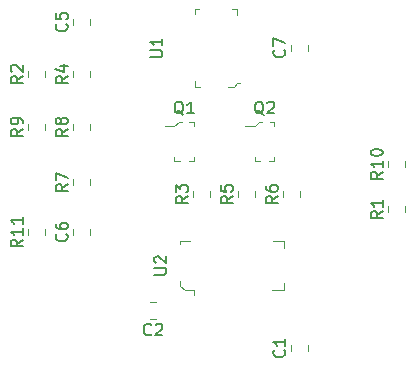
<source format=gbr>
G04 #@! TF.GenerationSoftware,KiCad,Pcbnew,(5.1.4)-1*
G04 #@! TF.CreationDate,2019-09-29T16:50:29-04:00*
G04 #@! TF.ProjectId,espDisp,65737044-6973-4702-9e6b-696361645f70,rev?*
G04 #@! TF.SameCoordinates,Original*
G04 #@! TF.FileFunction,Legend,Top*
G04 #@! TF.FilePolarity,Positive*
%FSLAX46Y46*%
G04 Gerber Fmt 4.6, Leading zero omitted, Abs format (unit mm)*
G04 Created by KiCad (PCBNEW (5.1.4)-1) date 2019-09-29 16:50:29*
%MOMM*%
%LPD*%
G04 APERTURE LIST*
%ADD10C,0.100000*%
%ADD11C,0.120000*%
%ADD12C,0.150000*%
G04 APERTURE END LIST*
D10*
X76425000Y-57980000D02*
X77425000Y-57980000D01*
X77425000Y-57980000D02*
X77425000Y-57380000D01*
X77425000Y-54380000D02*
X77425000Y-53780000D01*
X77425000Y-53780000D02*
X76525000Y-53780000D01*
X68625000Y-54080000D02*
X68625000Y-53780000D01*
X68625000Y-53780000D02*
X69525000Y-53780000D01*
X68625000Y-57180000D02*
X68625000Y-57580000D01*
X68625000Y-57580000D02*
X69025000Y-57980000D01*
X69025000Y-57980000D02*
X69825000Y-57980000D01*
X69825000Y-57980000D02*
X69825000Y-58380000D01*
X69820000Y-43755000D02*
X69820000Y-44055000D01*
X69445000Y-43755000D02*
X69820000Y-43755000D01*
X69820000Y-47055000D02*
X69370000Y-47055000D01*
X69820000Y-46755000D02*
X69820000Y-47055000D01*
X69820000Y-46830000D02*
X69820000Y-46705000D01*
X68170000Y-47055000D02*
X68170000Y-46705000D01*
X68645000Y-47055000D02*
X68170000Y-47055000D01*
X68170000Y-44080000D02*
X67395000Y-44080000D01*
X68170000Y-44030000D02*
X68170000Y-44080000D01*
X68545000Y-43755000D02*
X68170000Y-44030000D01*
X68820000Y-43755000D02*
X68545000Y-43755000D01*
X75610000Y-43755000D02*
X75335000Y-43755000D01*
X75335000Y-43755000D02*
X74960000Y-44030000D01*
X74960000Y-44030000D02*
X74960000Y-44080000D01*
X74960000Y-44080000D02*
X74185000Y-44080000D01*
X75435000Y-47055000D02*
X74960000Y-47055000D01*
X74960000Y-47055000D02*
X74960000Y-46705000D01*
X76610000Y-46830000D02*
X76610000Y-46705000D01*
X76610000Y-46755000D02*
X76610000Y-47055000D01*
X76610000Y-47055000D02*
X76160000Y-47055000D01*
X76235000Y-43755000D02*
X76610000Y-43755000D01*
X76610000Y-43755000D02*
X76610000Y-44055000D01*
X72705000Y-40740000D02*
X73180000Y-40740000D01*
X73180000Y-40740000D02*
X73505000Y-40440000D01*
X73505000Y-40440000D02*
X73700000Y-40440000D01*
X73030000Y-34190000D02*
X73505000Y-34190000D01*
X73505000Y-34190000D02*
X73505000Y-34640000D01*
X69955000Y-40240000D02*
X69955000Y-40740000D01*
X69955000Y-40740000D02*
X70355000Y-40740000D01*
X69955000Y-34565000D02*
X69955000Y-34190000D01*
X69955000Y-34190000D02*
X70255000Y-34190000D01*
D11*
X78030000Y-63123578D02*
X78030000Y-62606422D01*
X79450000Y-63123578D02*
X79450000Y-62606422D01*
X66631078Y-58980000D02*
X66113922Y-58980000D01*
X66631078Y-60400000D02*
X66113922Y-60400000D01*
X59615000Y-35516078D02*
X59615000Y-34998922D01*
X61035000Y-35516078D02*
X61035000Y-34998922D01*
X59615000Y-53296078D02*
X59615000Y-52778922D01*
X61035000Y-53296078D02*
X61035000Y-52778922D01*
X79450000Y-37723578D02*
X79450000Y-37206422D01*
X78030000Y-37723578D02*
X78030000Y-37206422D01*
X87705000Y-51361078D02*
X87705000Y-50843922D01*
X86285000Y-51361078D02*
X86285000Y-50843922D01*
X55805000Y-39931078D02*
X55805000Y-39413922D01*
X57225000Y-39931078D02*
X57225000Y-39413922D01*
X69775000Y-50091078D02*
X69775000Y-49573922D01*
X71195000Y-50091078D02*
X71195000Y-49573922D01*
X61035000Y-39931078D02*
X61035000Y-39413922D01*
X59615000Y-39931078D02*
X59615000Y-39413922D01*
X75005000Y-50091078D02*
X75005000Y-49573922D01*
X73585000Y-50091078D02*
X73585000Y-49573922D01*
X77395000Y-50091078D02*
X77395000Y-49573922D01*
X78815000Y-50091078D02*
X78815000Y-49573922D01*
X59615000Y-49091078D02*
X59615000Y-48573922D01*
X61035000Y-49091078D02*
X61035000Y-48573922D01*
X59615000Y-44406078D02*
X59615000Y-43888922D01*
X61035000Y-44406078D02*
X61035000Y-43888922D01*
X57225000Y-44406078D02*
X57225000Y-43888922D01*
X55805000Y-44406078D02*
X55805000Y-43888922D01*
X86285000Y-47551078D02*
X86285000Y-47033922D01*
X87705000Y-47551078D02*
X87705000Y-47033922D01*
X57225000Y-53296078D02*
X57225000Y-52778922D01*
X55805000Y-53296078D02*
X55805000Y-52778922D01*
D12*
X66477380Y-56641904D02*
X67286904Y-56641904D01*
X67382142Y-56594285D01*
X67429761Y-56546666D01*
X67477380Y-56451428D01*
X67477380Y-56260952D01*
X67429761Y-56165714D01*
X67382142Y-56118095D01*
X67286904Y-56070476D01*
X66477380Y-56070476D01*
X66572619Y-55641904D02*
X66525000Y-55594285D01*
X66477380Y-55499047D01*
X66477380Y-55260952D01*
X66525000Y-55165714D01*
X66572619Y-55118095D01*
X66667857Y-55070476D01*
X66763095Y-55070476D01*
X66905952Y-55118095D01*
X67477380Y-55689523D01*
X67477380Y-55070476D01*
X68924761Y-43092619D02*
X68829523Y-43045000D01*
X68734285Y-42949761D01*
X68591428Y-42806904D01*
X68496190Y-42759285D01*
X68400952Y-42759285D01*
X68448571Y-42997380D02*
X68353333Y-42949761D01*
X68258095Y-42854523D01*
X68210476Y-42664047D01*
X68210476Y-42330714D01*
X68258095Y-42140238D01*
X68353333Y-42045000D01*
X68448571Y-41997380D01*
X68639047Y-41997380D01*
X68734285Y-42045000D01*
X68829523Y-42140238D01*
X68877142Y-42330714D01*
X68877142Y-42664047D01*
X68829523Y-42854523D01*
X68734285Y-42949761D01*
X68639047Y-42997380D01*
X68448571Y-42997380D01*
X69829523Y-42997380D02*
X69258095Y-42997380D01*
X69543809Y-42997380D02*
X69543809Y-41997380D01*
X69448571Y-42140238D01*
X69353333Y-42235476D01*
X69258095Y-42283095D01*
X75714761Y-43092619D02*
X75619523Y-43045000D01*
X75524285Y-42949761D01*
X75381428Y-42806904D01*
X75286190Y-42759285D01*
X75190952Y-42759285D01*
X75238571Y-42997380D02*
X75143333Y-42949761D01*
X75048095Y-42854523D01*
X75000476Y-42664047D01*
X75000476Y-42330714D01*
X75048095Y-42140238D01*
X75143333Y-42045000D01*
X75238571Y-41997380D01*
X75429047Y-41997380D01*
X75524285Y-42045000D01*
X75619523Y-42140238D01*
X75667142Y-42330714D01*
X75667142Y-42664047D01*
X75619523Y-42854523D01*
X75524285Y-42949761D01*
X75429047Y-42997380D01*
X75238571Y-42997380D01*
X76048095Y-42092619D02*
X76095714Y-42045000D01*
X76190952Y-41997380D01*
X76429047Y-41997380D01*
X76524285Y-42045000D01*
X76571904Y-42092619D01*
X76619523Y-42187857D01*
X76619523Y-42283095D01*
X76571904Y-42425952D01*
X76000476Y-42997380D01*
X76619523Y-42997380D01*
X66127380Y-38226904D02*
X66936904Y-38226904D01*
X67032142Y-38179285D01*
X67079761Y-38131666D01*
X67127380Y-38036428D01*
X67127380Y-37845952D01*
X67079761Y-37750714D01*
X67032142Y-37703095D01*
X66936904Y-37655476D01*
X66127380Y-37655476D01*
X67127380Y-36655476D02*
X67127380Y-37226904D01*
X67127380Y-36941190D02*
X66127380Y-36941190D01*
X66270238Y-37036428D01*
X66365476Y-37131666D01*
X66413095Y-37226904D01*
X77447142Y-63031666D02*
X77494761Y-63079285D01*
X77542380Y-63222142D01*
X77542380Y-63317380D01*
X77494761Y-63460238D01*
X77399523Y-63555476D01*
X77304285Y-63603095D01*
X77113809Y-63650714D01*
X76970952Y-63650714D01*
X76780476Y-63603095D01*
X76685238Y-63555476D01*
X76590000Y-63460238D01*
X76542380Y-63317380D01*
X76542380Y-63222142D01*
X76590000Y-63079285D01*
X76637619Y-63031666D01*
X77542380Y-62079285D02*
X77542380Y-62650714D01*
X77542380Y-62365000D02*
X76542380Y-62365000D01*
X76685238Y-62460238D01*
X76780476Y-62555476D01*
X76828095Y-62650714D01*
X66205833Y-61697142D02*
X66158214Y-61744761D01*
X66015357Y-61792380D01*
X65920119Y-61792380D01*
X65777261Y-61744761D01*
X65682023Y-61649523D01*
X65634404Y-61554285D01*
X65586785Y-61363809D01*
X65586785Y-61220952D01*
X65634404Y-61030476D01*
X65682023Y-60935238D01*
X65777261Y-60840000D01*
X65920119Y-60792380D01*
X66015357Y-60792380D01*
X66158214Y-60840000D01*
X66205833Y-60887619D01*
X66586785Y-60887619D02*
X66634404Y-60840000D01*
X66729642Y-60792380D01*
X66967738Y-60792380D01*
X67062976Y-60840000D01*
X67110595Y-60887619D01*
X67158214Y-60982857D01*
X67158214Y-61078095D01*
X67110595Y-61220952D01*
X66539166Y-61792380D01*
X67158214Y-61792380D01*
X59032142Y-35424166D02*
X59079761Y-35471785D01*
X59127380Y-35614642D01*
X59127380Y-35709880D01*
X59079761Y-35852738D01*
X58984523Y-35947976D01*
X58889285Y-35995595D01*
X58698809Y-36043214D01*
X58555952Y-36043214D01*
X58365476Y-35995595D01*
X58270238Y-35947976D01*
X58175000Y-35852738D01*
X58127380Y-35709880D01*
X58127380Y-35614642D01*
X58175000Y-35471785D01*
X58222619Y-35424166D01*
X58127380Y-34519404D02*
X58127380Y-34995595D01*
X58603571Y-35043214D01*
X58555952Y-34995595D01*
X58508333Y-34900357D01*
X58508333Y-34662261D01*
X58555952Y-34567023D01*
X58603571Y-34519404D01*
X58698809Y-34471785D01*
X58936904Y-34471785D01*
X59032142Y-34519404D01*
X59079761Y-34567023D01*
X59127380Y-34662261D01*
X59127380Y-34900357D01*
X59079761Y-34995595D01*
X59032142Y-35043214D01*
X59032142Y-53204166D02*
X59079761Y-53251785D01*
X59127380Y-53394642D01*
X59127380Y-53489880D01*
X59079761Y-53632738D01*
X58984523Y-53727976D01*
X58889285Y-53775595D01*
X58698809Y-53823214D01*
X58555952Y-53823214D01*
X58365476Y-53775595D01*
X58270238Y-53727976D01*
X58175000Y-53632738D01*
X58127380Y-53489880D01*
X58127380Y-53394642D01*
X58175000Y-53251785D01*
X58222619Y-53204166D01*
X58127380Y-52347023D02*
X58127380Y-52537500D01*
X58175000Y-52632738D01*
X58222619Y-52680357D01*
X58365476Y-52775595D01*
X58555952Y-52823214D01*
X58936904Y-52823214D01*
X59032142Y-52775595D01*
X59079761Y-52727976D01*
X59127380Y-52632738D01*
X59127380Y-52442261D01*
X59079761Y-52347023D01*
X59032142Y-52299404D01*
X58936904Y-52251785D01*
X58698809Y-52251785D01*
X58603571Y-52299404D01*
X58555952Y-52347023D01*
X58508333Y-52442261D01*
X58508333Y-52632738D01*
X58555952Y-52727976D01*
X58603571Y-52775595D01*
X58698809Y-52823214D01*
X77447142Y-37631666D02*
X77494761Y-37679285D01*
X77542380Y-37822142D01*
X77542380Y-37917380D01*
X77494761Y-38060238D01*
X77399523Y-38155476D01*
X77304285Y-38203095D01*
X77113809Y-38250714D01*
X76970952Y-38250714D01*
X76780476Y-38203095D01*
X76685238Y-38155476D01*
X76590000Y-38060238D01*
X76542380Y-37917380D01*
X76542380Y-37822142D01*
X76590000Y-37679285D01*
X76637619Y-37631666D01*
X76542380Y-37298333D02*
X76542380Y-36631666D01*
X77542380Y-37060238D01*
X85797380Y-51269166D02*
X85321190Y-51602500D01*
X85797380Y-51840595D02*
X84797380Y-51840595D01*
X84797380Y-51459642D01*
X84845000Y-51364404D01*
X84892619Y-51316785D01*
X84987857Y-51269166D01*
X85130714Y-51269166D01*
X85225952Y-51316785D01*
X85273571Y-51364404D01*
X85321190Y-51459642D01*
X85321190Y-51840595D01*
X85797380Y-50316785D02*
X85797380Y-50888214D01*
X85797380Y-50602500D02*
X84797380Y-50602500D01*
X84940238Y-50697738D01*
X85035476Y-50792976D01*
X85083095Y-50888214D01*
X55317380Y-39839166D02*
X54841190Y-40172500D01*
X55317380Y-40410595D02*
X54317380Y-40410595D01*
X54317380Y-40029642D01*
X54365000Y-39934404D01*
X54412619Y-39886785D01*
X54507857Y-39839166D01*
X54650714Y-39839166D01*
X54745952Y-39886785D01*
X54793571Y-39934404D01*
X54841190Y-40029642D01*
X54841190Y-40410595D01*
X54412619Y-39458214D02*
X54365000Y-39410595D01*
X54317380Y-39315357D01*
X54317380Y-39077261D01*
X54365000Y-38982023D01*
X54412619Y-38934404D01*
X54507857Y-38886785D01*
X54603095Y-38886785D01*
X54745952Y-38934404D01*
X55317380Y-39505833D01*
X55317380Y-38886785D01*
X69287380Y-49999166D02*
X68811190Y-50332500D01*
X69287380Y-50570595D02*
X68287380Y-50570595D01*
X68287380Y-50189642D01*
X68335000Y-50094404D01*
X68382619Y-50046785D01*
X68477857Y-49999166D01*
X68620714Y-49999166D01*
X68715952Y-50046785D01*
X68763571Y-50094404D01*
X68811190Y-50189642D01*
X68811190Y-50570595D01*
X68287380Y-49665833D02*
X68287380Y-49046785D01*
X68668333Y-49380119D01*
X68668333Y-49237261D01*
X68715952Y-49142023D01*
X68763571Y-49094404D01*
X68858809Y-49046785D01*
X69096904Y-49046785D01*
X69192142Y-49094404D01*
X69239761Y-49142023D01*
X69287380Y-49237261D01*
X69287380Y-49522976D01*
X69239761Y-49618214D01*
X69192142Y-49665833D01*
X59127380Y-39839166D02*
X58651190Y-40172500D01*
X59127380Y-40410595D02*
X58127380Y-40410595D01*
X58127380Y-40029642D01*
X58175000Y-39934404D01*
X58222619Y-39886785D01*
X58317857Y-39839166D01*
X58460714Y-39839166D01*
X58555952Y-39886785D01*
X58603571Y-39934404D01*
X58651190Y-40029642D01*
X58651190Y-40410595D01*
X58460714Y-38982023D02*
X59127380Y-38982023D01*
X58079761Y-39220119D02*
X58794047Y-39458214D01*
X58794047Y-38839166D01*
X73097380Y-49999166D02*
X72621190Y-50332500D01*
X73097380Y-50570595D02*
X72097380Y-50570595D01*
X72097380Y-50189642D01*
X72145000Y-50094404D01*
X72192619Y-50046785D01*
X72287857Y-49999166D01*
X72430714Y-49999166D01*
X72525952Y-50046785D01*
X72573571Y-50094404D01*
X72621190Y-50189642D01*
X72621190Y-50570595D01*
X72097380Y-49094404D02*
X72097380Y-49570595D01*
X72573571Y-49618214D01*
X72525952Y-49570595D01*
X72478333Y-49475357D01*
X72478333Y-49237261D01*
X72525952Y-49142023D01*
X72573571Y-49094404D01*
X72668809Y-49046785D01*
X72906904Y-49046785D01*
X73002142Y-49094404D01*
X73049761Y-49142023D01*
X73097380Y-49237261D01*
X73097380Y-49475357D01*
X73049761Y-49570595D01*
X73002142Y-49618214D01*
X76907380Y-49999166D02*
X76431190Y-50332500D01*
X76907380Y-50570595D02*
X75907380Y-50570595D01*
X75907380Y-50189642D01*
X75955000Y-50094404D01*
X76002619Y-50046785D01*
X76097857Y-49999166D01*
X76240714Y-49999166D01*
X76335952Y-50046785D01*
X76383571Y-50094404D01*
X76431190Y-50189642D01*
X76431190Y-50570595D01*
X75907380Y-49142023D02*
X75907380Y-49332500D01*
X75955000Y-49427738D01*
X76002619Y-49475357D01*
X76145476Y-49570595D01*
X76335952Y-49618214D01*
X76716904Y-49618214D01*
X76812142Y-49570595D01*
X76859761Y-49522976D01*
X76907380Y-49427738D01*
X76907380Y-49237261D01*
X76859761Y-49142023D01*
X76812142Y-49094404D01*
X76716904Y-49046785D01*
X76478809Y-49046785D01*
X76383571Y-49094404D01*
X76335952Y-49142023D01*
X76288333Y-49237261D01*
X76288333Y-49427738D01*
X76335952Y-49522976D01*
X76383571Y-49570595D01*
X76478809Y-49618214D01*
X59127380Y-48999166D02*
X58651190Y-49332500D01*
X59127380Y-49570595D02*
X58127380Y-49570595D01*
X58127380Y-49189642D01*
X58175000Y-49094404D01*
X58222619Y-49046785D01*
X58317857Y-48999166D01*
X58460714Y-48999166D01*
X58555952Y-49046785D01*
X58603571Y-49094404D01*
X58651190Y-49189642D01*
X58651190Y-49570595D01*
X58127380Y-48665833D02*
X58127380Y-47999166D01*
X59127380Y-48427738D01*
X59127380Y-44314166D02*
X58651190Y-44647500D01*
X59127380Y-44885595D02*
X58127380Y-44885595D01*
X58127380Y-44504642D01*
X58175000Y-44409404D01*
X58222619Y-44361785D01*
X58317857Y-44314166D01*
X58460714Y-44314166D01*
X58555952Y-44361785D01*
X58603571Y-44409404D01*
X58651190Y-44504642D01*
X58651190Y-44885595D01*
X58555952Y-43742738D02*
X58508333Y-43837976D01*
X58460714Y-43885595D01*
X58365476Y-43933214D01*
X58317857Y-43933214D01*
X58222619Y-43885595D01*
X58175000Y-43837976D01*
X58127380Y-43742738D01*
X58127380Y-43552261D01*
X58175000Y-43457023D01*
X58222619Y-43409404D01*
X58317857Y-43361785D01*
X58365476Y-43361785D01*
X58460714Y-43409404D01*
X58508333Y-43457023D01*
X58555952Y-43552261D01*
X58555952Y-43742738D01*
X58603571Y-43837976D01*
X58651190Y-43885595D01*
X58746428Y-43933214D01*
X58936904Y-43933214D01*
X59032142Y-43885595D01*
X59079761Y-43837976D01*
X59127380Y-43742738D01*
X59127380Y-43552261D01*
X59079761Y-43457023D01*
X59032142Y-43409404D01*
X58936904Y-43361785D01*
X58746428Y-43361785D01*
X58651190Y-43409404D01*
X58603571Y-43457023D01*
X58555952Y-43552261D01*
X55317380Y-44314166D02*
X54841190Y-44647500D01*
X55317380Y-44885595D02*
X54317380Y-44885595D01*
X54317380Y-44504642D01*
X54365000Y-44409404D01*
X54412619Y-44361785D01*
X54507857Y-44314166D01*
X54650714Y-44314166D01*
X54745952Y-44361785D01*
X54793571Y-44409404D01*
X54841190Y-44504642D01*
X54841190Y-44885595D01*
X55317380Y-43837976D02*
X55317380Y-43647500D01*
X55269761Y-43552261D01*
X55222142Y-43504642D01*
X55079285Y-43409404D01*
X54888809Y-43361785D01*
X54507857Y-43361785D01*
X54412619Y-43409404D01*
X54365000Y-43457023D01*
X54317380Y-43552261D01*
X54317380Y-43742738D01*
X54365000Y-43837976D01*
X54412619Y-43885595D01*
X54507857Y-43933214D01*
X54745952Y-43933214D01*
X54841190Y-43885595D01*
X54888809Y-43837976D01*
X54936428Y-43742738D01*
X54936428Y-43552261D01*
X54888809Y-43457023D01*
X54841190Y-43409404D01*
X54745952Y-43361785D01*
X85797380Y-47935357D02*
X85321190Y-48268690D01*
X85797380Y-48506785D02*
X84797380Y-48506785D01*
X84797380Y-48125833D01*
X84845000Y-48030595D01*
X84892619Y-47982976D01*
X84987857Y-47935357D01*
X85130714Y-47935357D01*
X85225952Y-47982976D01*
X85273571Y-48030595D01*
X85321190Y-48125833D01*
X85321190Y-48506785D01*
X85797380Y-46982976D02*
X85797380Y-47554404D01*
X85797380Y-47268690D02*
X84797380Y-47268690D01*
X84940238Y-47363928D01*
X85035476Y-47459166D01*
X85083095Y-47554404D01*
X84797380Y-46363928D02*
X84797380Y-46268690D01*
X84845000Y-46173452D01*
X84892619Y-46125833D01*
X84987857Y-46078214D01*
X85178333Y-46030595D01*
X85416428Y-46030595D01*
X85606904Y-46078214D01*
X85702142Y-46125833D01*
X85749761Y-46173452D01*
X85797380Y-46268690D01*
X85797380Y-46363928D01*
X85749761Y-46459166D01*
X85702142Y-46506785D01*
X85606904Y-46554404D01*
X85416428Y-46602023D01*
X85178333Y-46602023D01*
X84987857Y-46554404D01*
X84892619Y-46506785D01*
X84845000Y-46459166D01*
X84797380Y-46363928D01*
X55317380Y-53680357D02*
X54841190Y-54013690D01*
X55317380Y-54251785D02*
X54317380Y-54251785D01*
X54317380Y-53870833D01*
X54365000Y-53775595D01*
X54412619Y-53727976D01*
X54507857Y-53680357D01*
X54650714Y-53680357D01*
X54745952Y-53727976D01*
X54793571Y-53775595D01*
X54841190Y-53870833D01*
X54841190Y-54251785D01*
X55317380Y-52727976D02*
X55317380Y-53299404D01*
X55317380Y-53013690D02*
X54317380Y-53013690D01*
X54460238Y-53108928D01*
X54555476Y-53204166D01*
X54603095Y-53299404D01*
X55317380Y-51775595D02*
X55317380Y-52347023D01*
X55317380Y-52061309D02*
X54317380Y-52061309D01*
X54460238Y-52156547D01*
X54555476Y-52251785D01*
X54603095Y-52347023D01*
M02*

</source>
